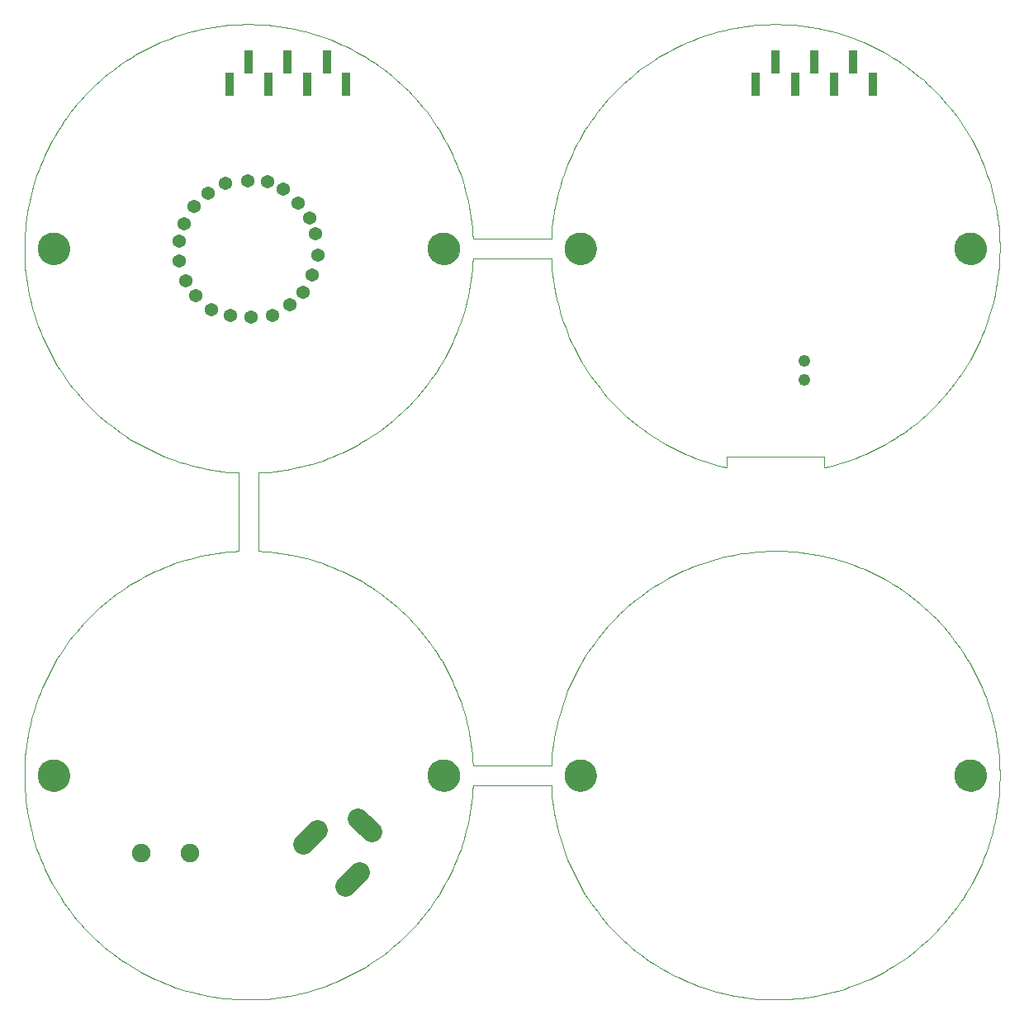
<source format=gbs>
G75*
%MOIN*%
%OFA0B0*%
%FSLAX25Y25*%
%IPPOS*%
%LPD*%
%AMOC8*
5,1,8,0,0,1.08239X$1,22.5*
%
%ADD10C,0.00000*%
%ADD11C,0.12998*%
%ADD12C,0.05400*%
%ADD13R,0.03746X0.09652*%
%ADD14C,0.08274*%
%ADD15C,0.04762*%
%ADD16C,0.07487*%
D10*
X0050350Y0092616D02*
X0050352Y0092774D01*
X0050358Y0092932D01*
X0050368Y0093090D01*
X0050382Y0093248D01*
X0050400Y0093405D01*
X0050421Y0093562D01*
X0050447Y0093718D01*
X0050477Y0093874D01*
X0050510Y0094029D01*
X0050548Y0094182D01*
X0050589Y0094335D01*
X0050634Y0094487D01*
X0050683Y0094638D01*
X0050736Y0094787D01*
X0050792Y0094935D01*
X0050852Y0095081D01*
X0050916Y0095226D01*
X0050984Y0095369D01*
X0051055Y0095511D01*
X0051129Y0095651D01*
X0051207Y0095788D01*
X0051289Y0095924D01*
X0051373Y0096058D01*
X0051462Y0096189D01*
X0051553Y0096318D01*
X0051648Y0096445D01*
X0051745Y0096570D01*
X0051846Y0096692D01*
X0051950Y0096811D01*
X0052057Y0096928D01*
X0052167Y0097042D01*
X0052280Y0097153D01*
X0052395Y0097262D01*
X0052513Y0097367D01*
X0052634Y0097469D01*
X0052757Y0097569D01*
X0052883Y0097665D01*
X0053011Y0097758D01*
X0053141Y0097848D01*
X0053274Y0097934D01*
X0053409Y0098018D01*
X0053545Y0098097D01*
X0053684Y0098174D01*
X0053825Y0098246D01*
X0053967Y0098316D01*
X0054111Y0098381D01*
X0054257Y0098443D01*
X0054404Y0098501D01*
X0054553Y0098556D01*
X0054703Y0098607D01*
X0054854Y0098654D01*
X0055006Y0098697D01*
X0055159Y0098736D01*
X0055314Y0098772D01*
X0055469Y0098803D01*
X0055625Y0098831D01*
X0055781Y0098855D01*
X0055938Y0098875D01*
X0056096Y0098891D01*
X0056253Y0098903D01*
X0056412Y0098911D01*
X0056570Y0098915D01*
X0056728Y0098915D01*
X0056886Y0098911D01*
X0057045Y0098903D01*
X0057202Y0098891D01*
X0057360Y0098875D01*
X0057517Y0098855D01*
X0057673Y0098831D01*
X0057829Y0098803D01*
X0057984Y0098772D01*
X0058139Y0098736D01*
X0058292Y0098697D01*
X0058444Y0098654D01*
X0058595Y0098607D01*
X0058745Y0098556D01*
X0058894Y0098501D01*
X0059041Y0098443D01*
X0059187Y0098381D01*
X0059331Y0098316D01*
X0059473Y0098246D01*
X0059614Y0098174D01*
X0059753Y0098097D01*
X0059889Y0098018D01*
X0060024Y0097934D01*
X0060157Y0097848D01*
X0060287Y0097758D01*
X0060415Y0097665D01*
X0060541Y0097569D01*
X0060664Y0097469D01*
X0060785Y0097367D01*
X0060903Y0097262D01*
X0061018Y0097153D01*
X0061131Y0097042D01*
X0061241Y0096928D01*
X0061348Y0096811D01*
X0061452Y0096692D01*
X0061553Y0096570D01*
X0061650Y0096445D01*
X0061745Y0096318D01*
X0061836Y0096189D01*
X0061925Y0096058D01*
X0062009Y0095924D01*
X0062091Y0095788D01*
X0062169Y0095651D01*
X0062243Y0095511D01*
X0062314Y0095369D01*
X0062382Y0095226D01*
X0062446Y0095081D01*
X0062506Y0094935D01*
X0062562Y0094787D01*
X0062615Y0094638D01*
X0062664Y0094487D01*
X0062709Y0094335D01*
X0062750Y0094182D01*
X0062788Y0094029D01*
X0062821Y0093874D01*
X0062851Y0093718D01*
X0062877Y0093562D01*
X0062898Y0093405D01*
X0062916Y0093248D01*
X0062930Y0093090D01*
X0062940Y0092932D01*
X0062946Y0092774D01*
X0062948Y0092616D01*
X0062946Y0092458D01*
X0062940Y0092300D01*
X0062930Y0092142D01*
X0062916Y0091984D01*
X0062898Y0091827D01*
X0062877Y0091670D01*
X0062851Y0091514D01*
X0062821Y0091358D01*
X0062788Y0091203D01*
X0062750Y0091050D01*
X0062709Y0090897D01*
X0062664Y0090745D01*
X0062615Y0090594D01*
X0062562Y0090445D01*
X0062506Y0090297D01*
X0062446Y0090151D01*
X0062382Y0090006D01*
X0062314Y0089863D01*
X0062243Y0089721D01*
X0062169Y0089581D01*
X0062091Y0089444D01*
X0062009Y0089308D01*
X0061925Y0089174D01*
X0061836Y0089043D01*
X0061745Y0088914D01*
X0061650Y0088787D01*
X0061553Y0088662D01*
X0061452Y0088540D01*
X0061348Y0088421D01*
X0061241Y0088304D01*
X0061131Y0088190D01*
X0061018Y0088079D01*
X0060903Y0087970D01*
X0060785Y0087865D01*
X0060664Y0087763D01*
X0060541Y0087663D01*
X0060415Y0087567D01*
X0060287Y0087474D01*
X0060157Y0087384D01*
X0060024Y0087298D01*
X0059889Y0087214D01*
X0059753Y0087135D01*
X0059614Y0087058D01*
X0059473Y0086986D01*
X0059331Y0086916D01*
X0059187Y0086851D01*
X0059041Y0086789D01*
X0058894Y0086731D01*
X0058745Y0086676D01*
X0058595Y0086625D01*
X0058444Y0086578D01*
X0058292Y0086535D01*
X0058139Y0086496D01*
X0057984Y0086460D01*
X0057829Y0086429D01*
X0057673Y0086401D01*
X0057517Y0086377D01*
X0057360Y0086357D01*
X0057202Y0086341D01*
X0057045Y0086329D01*
X0056886Y0086321D01*
X0056728Y0086317D01*
X0056570Y0086317D01*
X0056412Y0086321D01*
X0056253Y0086329D01*
X0056096Y0086341D01*
X0055938Y0086357D01*
X0055781Y0086377D01*
X0055625Y0086401D01*
X0055469Y0086429D01*
X0055314Y0086460D01*
X0055159Y0086496D01*
X0055006Y0086535D01*
X0054854Y0086578D01*
X0054703Y0086625D01*
X0054553Y0086676D01*
X0054404Y0086731D01*
X0054257Y0086789D01*
X0054111Y0086851D01*
X0053967Y0086916D01*
X0053825Y0086986D01*
X0053684Y0087058D01*
X0053545Y0087135D01*
X0053409Y0087214D01*
X0053274Y0087298D01*
X0053141Y0087384D01*
X0053011Y0087474D01*
X0052883Y0087567D01*
X0052757Y0087663D01*
X0052634Y0087763D01*
X0052513Y0087865D01*
X0052395Y0087970D01*
X0052280Y0088079D01*
X0052167Y0088190D01*
X0052057Y0088304D01*
X0051950Y0088421D01*
X0051846Y0088540D01*
X0051745Y0088662D01*
X0051648Y0088787D01*
X0051553Y0088914D01*
X0051462Y0089043D01*
X0051373Y0089174D01*
X0051289Y0089308D01*
X0051207Y0089444D01*
X0051129Y0089581D01*
X0051055Y0089721D01*
X0050984Y0089863D01*
X0050916Y0090006D01*
X0050852Y0090151D01*
X0050792Y0090297D01*
X0050736Y0090445D01*
X0050683Y0090594D01*
X0050634Y0090745D01*
X0050589Y0090897D01*
X0050548Y0091050D01*
X0050510Y0091203D01*
X0050477Y0091358D01*
X0050447Y0091514D01*
X0050421Y0091670D01*
X0050400Y0091827D01*
X0050382Y0091984D01*
X0050368Y0092142D01*
X0050358Y0092300D01*
X0050352Y0092458D01*
X0050350Y0092616D01*
X0139326Y0183081D02*
X0141525Y0182959D01*
X0143721Y0182783D01*
X0145911Y0182554D01*
X0148096Y0182271D01*
X0150273Y0181935D01*
X0152441Y0181547D01*
X0154599Y0181106D01*
X0156745Y0180613D01*
X0158879Y0180067D01*
X0160999Y0179470D01*
X0163104Y0178821D01*
X0165193Y0178122D01*
X0167264Y0177372D01*
X0169316Y0176571D01*
X0171348Y0175721D01*
X0173358Y0174822D01*
X0175346Y0173874D01*
X0177311Y0172878D01*
X0179251Y0171835D01*
X0181165Y0170745D01*
X0183051Y0169608D01*
X0184910Y0168426D01*
X0186739Y0167199D01*
X0188538Y0165928D01*
X0190305Y0164614D01*
X0192040Y0163257D01*
X0193742Y0161858D01*
X0195409Y0160418D01*
X0197040Y0158938D01*
X0198635Y0157419D01*
X0200192Y0155862D01*
X0201711Y0154267D01*
X0203191Y0152636D01*
X0204631Y0150969D01*
X0206030Y0149267D01*
X0207387Y0147532D01*
X0208701Y0145765D01*
X0209972Y0143966D01*
X0211199Y0142137D01*
X0212381Y0140278D01*
X0213518Y0138392D01*
X0214608Y0136478D01*
X0215651Y0134538D01*
X0216647Y0132573D01*
X0217595Y0130585D01*
X0218494Y0128575D01*
X0219344Y0126543D01*
X0220145Y0124491D01*
X0220895Y0122420D01*
X0221594Y0120331D01*
X0222243Y0118226D01*
X0222840Y0116106D01*
X0223386Y0113972D01*
X0223879Y0111826D01*
X0224320Y0109668D01*
X0224708Y0107500D01*
X0225044Y0105323D01*
X0225327Y0103138D01*
X0225556Y0100948D01*
X0225732Y0098752D01*
X0225854Y0096553D01*
X0225855Y0096554D02*
X0257522Y0096554D01*
X0257522Y0088679D02*
X0225855Y0088679D01*
X0207830Y0092616D02*
X0207832Y0092774D01*
X0207838Y0092932D01*
X0207848Y0093090D01*
X0207862Y0093248D01*
X0207880Y0093405D01*
X0207901Y0093562D01*
X0207927Y0093718D01*
X0207957Y0093874D01*
X0207990Y0094029D01*
X0208028Y0094182D01*
X0208069Y0094335D01*
X0208114Y0094487D01*
X0208163Y0094638D01*
X0208216Y0094787D01*
X0208272Y0094935D01*
X0208332Y0095081D01*
X0208396Y0095226D01*
X0208464Y0095369D01*
X0208535Y0095511D01*
X0208609Y0095651D01*
X0208687Y0095788D01*
X0208769Y0095924D01*
X0208853Y0096058D01*
X0208942Y0096189D01*
X0209033Y0096318D01*
X0209128Y0096445D01*
X0209225Y0096570D01*
X0209326Y0096692D01*
X0209430Y0096811D01*
X0209537Y0096928D01*
X0209647Y0097042D01*
X0209760Y0097153D01*
X0209875Y0097262D01*
X0209993Y0097367D01*
X0210114Y0097469D01*
X0210237Y0097569D01*
X0210363Y0097665D01*
X0210491Y0097758D01*
X0210621Y0097848D01*
X0210754Y0097934D01*
X0210889Y0098018D01*
X0211025Y0098097D01*
X0211164Y0098174D01*
X0211305Y0098246D01*
X0211447Y0098316D01*
X0211591Y0098381D01*
X0211737Y0098443D01*
X0211884Y0098501D01*
X0212033Y0098556D01*
X0212183Y0098607D01*
X0212334Y0098654D01*
X0212486Y0098697D01*
X0212639Y0098736D01*
X0212794Y0098772D01*
X0212949Y0098803D01*
X0213105Y0098831D01*
X0213261Y0098855D01*
X0213418Y0098875D01*
X0213576Y0098891D01*
X0213733Y0098903D01*
X0213892Y0098911D01*
X0214050Y0098915D01*
X0214208Y0098915D01*
X0214366Y0098911D01*
X0214525Y0098903D01*
X0214682Y0098891D01*
X0214840Y0098875D01*
X0214997Y0098855D01*
X0215153Y0098831D01*
X0215309Y0098803D01*
X0215464Y0098772D01*
X0215619Y0098736D01*
X0215772Y0098697D01*
X0215924Y0098654D01*
X0216075Y0098607D01*
X0216225Y0098556D01*
X0216374Y0098501D01*
X0216521Y0098443D01*
X0216667Y0098381D01*
X0216811Y0098316D01*
X0216953Y0098246D01*
X0217094Y0098174D01*
X0217233Y0098097D01*
X0217369Y0098018D01*
X0217504Y0097934D01*
X0217637Y0097848D01*
X0217767Y0097758D01*
X0217895Y0097665D01*
X0218021Y0097569D01*
X0218144Y0097469D01*
X0218265Y0097367D01*
X0218383Y0097262D01*
X0218498Y0097153D01*
X0218611Y0097042D01*
X0218721Y0096928D01*
X0218828Y0096811D01*
X0218932Y0096692D01*
X0219033Y0096570D01*
X0219130Y0096445D01*
X0219225Y0096318D01*
X0219316Y0096189D01*
X0219405Y0096058D01*
X0219489Y0095924D01*
X0219571Y0095788D01*
X0219649Y0095651D01*
X0219723Y0095511D01*
X0219794Y0095369D01*
X0219862Y0095226D01*
X0219926Y0095081D01*
X0219986Y0094935D01*
X0220042Y0094787D01*
X0220095Y0094638D01*
X0220144Y0094487D01*
X0220189Y0094335D01*
X0220230Y0094182D01*
X0220268Y0094029D01*
X0220301Y0093874D01*
X0220331Y0093718D01*
X0220357Y0093562D01*
X0220378Y0093405D01*
X0220396Y0093248D01*
X0220410Y0093090D01*
X0220420Y0092932D01*
X0220426Y0092774D01*
X0220428Y0092616D01*
X0220426Y0092458D01*
X0220420Y0092300D01*
X0220410Y0092142D01*
X0220396Y0091984D01*
X0220378Y0091827D01*
X0220357Y0091670D01*
X0220331Y0091514D01*
X0220301Y0091358D01*
X0220268Y0091203D01*
X0220230Y0091050D01*
X0220189Y0090897D01*
X0220144Y0090745D01*
X0220095Y0090594D01*
X0220042Y0090445D01*
X0219986Y0090297D01*
X0219926Y0090151D01*
X0219862Y0090006D01*
X0219794Y0089863D01*
X0219723Y0089721D01*
X0219649Y0089581D01*
X0219571Y0089444D01*
X0219489Y0089308D01*
X0219405Y0089174D01*
X0219316Y0089043D01*
X0219225Y0088914D01*
X0219130Y0088787D01*
X0219033Y0088662D01*
X0218932Y0088540D01*
X0218828Y0088421D01*
X0218721Y0088304D01*
X0218611Y0088190D01*
X0218498Y0088079D01*
X0218383Y0087970D01*
X0218265Y0087865D01*
X0218144Y0087763D01*
X0218021Y0087663D01*
X0217895Y0087567D01*
X0217767Y0087474D01*
X0217637Y0087384D01*
X0217504Y0087298D01*
X0217369Y0087214D01*
X0217233Y0087135D01*
X0217094Y0087058D01*
X0216953Y0086986D01*
X0216811Y0086916D01*
X0216667Y0086851D01*
X0216521Y0086789D01*
X0216374Y0086731D01*
X0216225Y0086676D01*
X0216075Y0086625D01*
X0215924Y0086578D01*
X0215772Y0086535D01*
X0215619Y0086496D01*
X0215464Y0086460D01*
X0215309Y0086429D01*
X0215153Y0086401D01*
X0214997Y0086377D01*
X0214840Y0086357D01*
X0214682Y0086341D01*
X0214525Y0086329D01*
X0214366Y0086321D01*
X0214208Y0086317D01*
X0214050Y0086317D01*
X0213892Y0086321D01*
X0213733Y0086329D01*
X0213576Y0086341D01*
X0213418Y0086357D01*
X0213261Y0086377D01*
X0213105Y0086401D01*
X0212949Y0086429D01*
X0212794Y0086460D01*
X0212639Y0086496D01*
X0212486Y0086535D01*
X0212334Y0086578D01*
X0212183Y0086625D01*
X0212033Y0086676D01*
X0211884Y0086731D01*
X0211737Y0086789D01*
X0211591Y0086851D01*
X0211447Y0086916D01*
X0211305Y0086986D01*
X0211164Y0087058D01*
X0211025Y0087135D01*
X0210889Y0087214D01*
X0210754Y0087298D01*
X0210621Y0087384D01*
X0210491Y0087474D01*
X0210363Y0087567D01*
X0210237Y0087663D01*
X0210114Y0087763D01*
X0209993Y0087865D01*
X0209875Y0087970D01*
X0209760Y0088079D01*
X0209647Y0088190D01*
X0209537Y0088304D01*
X0209430Y0088421D01*
X0209326Y0088540D01*
X0209225Y0088662D01*
X0209128Y0088787D01*
X0209033Y0088914D01*
X0208942Y0089043D01*
X0208853Y0089174D01*
X0208769Y0089308D01*
X0208687Y0089444D01*
X0208609Y0089581D01*
X0208535Y0089721D01*
X0208464Y0089863D01*
X0208396Y0090006D01*
X0208332Y0090151D01*
X0208272Y0090297D01*
X0208216Y0090445D01*
X0208163Y0090594D01*
X0208114Y0090745D01*
X0208069Y0090897D01*
X0208028Y0091050D01*
X0207990Y0091203D01*
X0207957Y0091358D01*
X0207927Y0091514D01*
X0207901Y0091670D01*
X0207880Y0091827D01*
X0207862Y0091984D01*
X0207848Y0092142D01*
X0207838Y0092300D01*
X0207832Y0092458D01*
X0207830Y0092616D01*
X0262948Y0092616D02*
X0262950Y0092774D01*
X0262956Y0092932D01*
X0262966Y0093090D01*
X0262980Y0093248D01*
X0262998Y0093405D01*
X0263019Y0093562D01*
X0263045Y0093718D01*
X0263075Y0093874D01*
X0263108Y0094029D01*
X0263146Y0094182D01*
X0263187Y0094335D01*
X0263232Y0094487D01*
X0263281Y0094638D01*
X0263334Y0094787D01*
X0263390Y0094935D01*
X0263450Y0095081D01*
X0263514Y0095226D01*
X0263582Y0095369D01*
X0263653Y0095511D01*
X0263727Y0095651D01*
X0263805Y0095788D01*
X0263887Y0095924D01*
X0263971Y0096058D01*
X0264060Y0096189D01*
X0264151Y0096318D01*
X0264246Y0096445D01*
X0264343Y0096570D01*
X0264444Y0096692D01*
X0264548Y0096811D01*
X0264655Y0096928D01*
X0264765Y0097042D01*
X0264878Y0097153D01*
X0264993Y0097262D01*
X0265111Y0097367D01*
X0265232Y0097469D01*
X0265355Y0097569D01*
X0265481Y0097665D01*
X0265609Y0097758D01*
X0265739Y0097848D01*
X0265872Y0097934D01*
X0266007Y0098018D01*
X0266143Y0098097D01*
X0266282Y0098174D01*
X0266423Y0098246D01*
X0266565Y0098316D01*
X0266709Y0098381D01*
X0266855Y0098443D01*
X0267002Y0098501D01*
X0267151Y0098556D01*
X0267301Y0098607D01*
X0267452Y0098654D01*
X0267604Y0098697D01*
X0267757Y0098736D01*
X0267912Y0098772D01*
X0268067Y0098803D01*
X0268223Y0098831D01*
X0268379Y0098855D01*
X0268536Y0098875D01*
X0268694Y0098891D01*
X0268851Y0098903D01*
X0269010Y0098911D01*
X0269168Y0098915D01*
X0269326Y0098915D01*
X0269484Y0098911D01*
X0269643Y0098903D01*
X0269800Y0098891D01*
X0269958Y0098875D01*
X0270115Y0098855D01*
X0270271Y0098831D01*
X0270427Y0098803D01*
X0270582Y0098772D01*
X0270737Y0098736D01*
X0270890Y0098697D01*
X0271042Y0098654D01*
X0271193Y0098607D01*
X0271343Y0098556D01*
X0271492Y0098501D01*
X0271639Y0098443D01*
X0271785Y0098381D01*
X0271929Y0098316D01*
X0272071Y0098246D01*
X0272212Y0098174D01*
X0272351Y0098097D01*
X0272487Y0098018D01*
X0272622Y0097934D01*
X0272755Y0097848D01*
X0272885Y0097758D01*
X0273013Y0097665D01*
X0273139Y0097569D01*
X0273262Y0097469D01*
X0273383Y0097367D01*
X0273501Y0097262D01*
X0273616Y0097153D01*
X0273729Y0097042D01*
X0273839Y0096928D01*
X0273946Y0096811D01*
X0274050Y0096692D01*
X0274151Y0096570D01*
X0274248Y0096445D01*
X0274343Y0096318D01*
X0274434Y0096189D01*
X0274523Y0096058D01*
X0274607Y0095924D01*
X0274689Y0095788D01*
X0274767Y0095651D01*
X0274841Y0095511D01*
X0274912Y0095369D01*
X0274980Y0095226D01*
X0275044Y0095081D01*
X0275104Y0094935D01*
X0275160Y0094787D01*
X0275213Y0094638D01*
X0275262Y0094487D01*
X0275307Y0094335D01*
X0275348Y0094182D01*
X0275386Y0094029D01*
X0275419Y0093874D01*
X0275449Y0093718D01*
X0275475Y0093562D01*
X0275496Y0093405D01*
X0275514Y0093248D01*
X0275528Y0093090D01*
X0275538Y0092932D01*
X0275544Y0092774D01*
X0275546Y0092616D01*
X0275544Y0092458D01*
X0275538Y0092300D01*
X0275528Y0092142D01*
X0275514Y0091984D01*
X0275496Y0091827D01*
X0275475Y0091670D01*
X0275449Y0091514D01*
X0275419Y0091358D01*
X0275386Y0091203D01*
X0275348Y0091050D01*
X0275307Y0090897D01*
X0275262Y0090745D01*
X0275213Y0090594D01*
X0275160Y0090445D01*
X0275104Y0090297D01*
X0275044Y0090151D01*
X0274980Y0090006D01*
X0274912Y0089863D01*
X0274841Y0089721D01*
X0274767Y0089581D01*
X0274689Y0089444D01*
X0274607Y0089308D01*
X0274523Y0089174D01*
X0274434Y0089043D01*
X0274343Y0088914D01*
X0274248Y0088787D01*
X0274151Y0088662D01*
X0274050Y0088540D01*
X0273946Y0088421D01*
X0273839Y0088304D01*
X0273729Y0088190D01*
X0273616Y0088079D01*
X0273501Y0087970D01*
X0273383Y0087865D01*
X0273262Y0087763D01*
X0273139Y0087663D01*
X0273013Y0087567D01*
X0272885Y0087474D01*
X0272755Y0087384D01*
X0272622Y0087298D01*
X0272487Y0087214D01*
X0272351Y0087135D01*
X0272212Y0087058D01*
X0272071Y0086986D01*
X0271929Y0086916D01*
X0271785Y0086851D01*
X0271639Y0086789D01*
X0271492Y0086731D01*
X0271343Y0086676D01*
X0271193Y0086625D01*
X0271042Y0086578D01*
X0270890Y0086535D01*
X0270737Y0086496D01*
X0270582Y0086460D01*
X0270427Y0086429D01*
X0270271Y0086401D01*
X0270115Y0086377D01*
X0269958Y0086357D01*
X0269800Y0086341D01*
X0269643Y0086329D01*
X0269484Y0086321D01*
X0269326Y0086317D01*
X0269168Y0086317D01*
X0269010Y0086321D01*
X0268851Y0086329D01*
X0268694Y0086341D01*
X0268536Y0086357D01*
X0268379Y0086377D01*
X0268223Y0086401D01*
X0268067Y0086429D01*
X0267912Y0086460D01*
X0267757Y0086496D01*
X0267604Y0086535D01*
X0267452Y0086578D01*
X0267301Y0086625D01*
X0267151Y0086676D01*
X0267002Y0086731D01*
X0266855Y0086789D01*
X0266709Y0086851D01*
X0266565Y0086916D01*
X0266423Y0086986D01*
X0266282Y0087058D01*
X0266143Y0087135D01*
X0266007Y0087214D01*
X0265872Y0087298D01*
X0265739Y0087384D01*
X0265609Y0087474D01*
X0265481Y0087567D01*
X0265355Y0087663D01*
X0265232Y0087763D01*
X0265111Y0087865D01*
X0264993Y0087970D01*
X0264878Y0088079D01*
X0264765Y0088190D01*
X0264655Y0088304D01*
X0264548Y0088421D01*
X0264444Y0088540D01*
X0264343Y0088662D01*
X0264246Y0088787D01*
X0264151Y0088914D01*
X0264060Y0089043D01*
X0263971Y0089174D01*
X0263887Y0089308D01*
X0263805Y0089444D01*
X0263727Y0089581D01*
X0263653Y0089721D01*
X0263582Y0089863D01*
X0263514Y0090006D01*
X0263450Y0090151D01*
X0263390Y0090297D01*
X0263334Y0090445D01*
X0263281Y0090594D01*
X0263232Y0090745D01*
X0263187Y0090897D01*
X0263146Y0091050D01*
X0263108Y0091203D01*
X0263075Y0091358D01*
X0263045Y0091514D01*
X0263019Y0091670D01*
X0262998Y0091827D01*
X0262980Y0091984D01*
X0262966Y0092142D01*
X0262956Y0092300D01*
X0262950Y0092458D01*
X0262948Y0092616D01*
X0257523Y0088679D02*
X0257646Y0086465D01*
X0257824Y0084254D01*
X0258056Y0082049D01*
X0258341Y0079850D01*
X0258681Y0077658D01*
X0259074Y0075476D01*
X0259520Y0073304D01*
X0260020Y0071143D01*
X0260572Y0068995D01*
X0261177Y0066862D01*
X0261833Y0064743D01*
X0262542Y0062642D01*
X0263302Y0060558D01*
X0264112Y0058494D01*
X0264973Y0056450D01*
X0265883Y0054428D01*
X0266843Y0052429D01*
X0267851Y0050454D01*
X0268908Y0048504D01*
X0270012Y0046581D01*
X0271163Y0044685D01*
X0272359Y0042818D01*
X0273602Y0040981D01*
X0274888Y0039175D01*
X0276219Y0037401D01*
X0277593Y0035660D01*
X0279008Y0033953D01*
X0280466Y0032282D01*
X0281963Y0030646D01*
X0283501Y0029048D01*
X0285077Y0027488D01*
X0286691Y0025967D01*
X0288341Y0024486D01*
X0290027Y0023046D01*
X0291748Y0021647D01*
X0293503Y0020291D01*
X0295291Y0018979D01*
X0297110Y0017710D01*
X0298959Y0016487D01*
X0300838Y0015309D01*
X0302746Y0014177D01*
X0304680Y0013093D01*
X0306640Y0012056D01*
X0308626Y0011068D01*
X0310634Y0010128D01*
X0312666Y0009238D01*
X0314718Y0008399D01*
X0316790Y0007609D01*
X0318881Y0006871D01*
X0320990Y0006183D01*
X0323115Y0005548D01*
X0325254Y0004965D01*
X0327407Y0004435D01*
X0329573Y0003957D01*
X0331750Y0003533D01*
X0333936Y0003162D01*
X0336131Y0002845D01*
X0338333Y0002581D01*
X0340540Y0002372D01*
X0342753Y0002216D01*
X0344968Y0002115D01*
X0347185Y0002069D01*
X0349403Y0002076D01*
X0351619Y0002138D01*
X0353834Y0002254D01*
X0356045Y0002424D01*
X0358251Y0002649D01*
X0360451Y0002927D01*
X0362644Y0003259D01*
X0364828Y0003645D01*
X0367002Y0004084D01*
X0369164Y0004576D01*
X0371313Y0005121D01*
X0373449Y0005718D01*
X0375569Y0006368D01*
X0377673Y0007069D01*
X0379759Y0007822D01*
X0381826Y0008625D01*
X0383873Y0009479D01*
X0385898Y0010383D01*
X0387900Y0011336D01*
X0389879Y0012338D01*
X0391832Y0013387D01*
X0393759Y0014485D01*
X0395659Y0015629D01*
X0397530Y0016820D01*
X0399371Y0018056D01*
X0401182Y0019336D01*
X0402960Y0020661D01*
X0404706Y0022029D01*
X0406417Y0023439D01*
X0408094Y0024890D01*
X0409734Y0026382D01*
X0411338Y0027914D01*
X0412903Y0029485D01*
X0414430Y0031094D01*
X0415916Y0032739D01*
X0417362Y0034421D01*
X0418767Y0036137D01*
X0420128Y0037887D01*
X0421447Y0039670D01*
X0422722Y0041485D01*
X0423951Y0043330D01*
X0425135Y0045205D01*
X0426273Y0047109D01*
X0427364Y0049040D01*
X0428408Y0050997D01*
X0429403Y0052978D01*
X0430349Y0054984D01*
X0431246Y0057012D01*
X0432093Y0059062D01*
X0432889Y0061131D01*
X0433635Y0063220D01*
X0434329Y0065326D01*
X0434971Y0067449D01*
X0435561Y0069586D01*
X0436099Y0071738D01*
X0436584Y0073902D01*
X0437016Y0076077D01*
X0437394Y0078262D01*
X0437719Y0080456D01*
X0437990Y0082657D01*
X0438207Y0084864D01*
X0438369Y0087075D01*
X0438478Y0089290D01*
X0438532Y0091507D01*
X0438532Y0093725D01*
X0438478Y0095942D01*
X0438369Y0098157D01*
X0438207Y0100368D01*
X0437990Y0102575D01*
X0437719Y0104776D01*
X0437394Y0106970D01*
X0437016Y0109155D01*
X0436584Y0111330D01*
X0436099Y0113494D01*
X0435561Y0115646D01*
X0434971Y0117783D01*
X0434329Y0119906D01*
X0433635Y0122012D01*
X0432889Y0124101D01*
X0432093Y0126170D01*
X0431246Y0128220D01*
X0430349Y0130248D01*
X0429403Y0132254D01*
X0428408Y0134235D01*
X0427364Y0136192D01*
X0426273Y0138123D01*
X0425135Y0140027D01*
X0423951Y0141902D01*
X0422722Y0143747D01*
X0421447Y0145562D01*
X0420128Y0147345D01*
X0418767Y0149095D01*
X0417362Y0150811D01*
X0415916Y0152493D01*
X0414430Y0154138D01*
X0412903Y0155747D01*
X0411338Y0157318D01*
X0409734Y0158850D01*
X0408094Y0160342D01*
X0406417Y0161793D01*
X0404706Y0163203D01*
X0402960Y0164571D01*
X0401182Y0165896D01*
X0399371Y0167176D01*
X0397530Y0168412D01*
X0395659Y0169603D01*
X0393759Y0170747D01*
X0391832Y0171845D01*
X0389879Y0172894D01*
X0387900Y0173896D01*
X0385898Y0174849D01*
X0383873Y0175753D01*
X0381826Y0176607D01*
X0379759Y0177410D01*
X0377673Y0178163D01*
X0375569Y0178864D01*
X0373449Y0179514D01*
X0371313Y0180111D01*
X0369164Y0180656D01*
X0367002Y0181148D01*
X0364828Y0181587D01*
X0362644Y0181973D01*
X0360451Y0182305D01*
X0358251Y0182583D01*
X0356045Y0182808D01*
X0353834Y0182978D01*
X0351619Y0183094D01*
X0349403Y0183156D01*
X0347185Y0183163D01*
X0344968Y0183117D01*
X0342753Y0183016D01*
X0340540Y0182860D01*
X0338333Y0182651D01*
X0336131Y0182387D01*
X0333936Y0182070D01*
X0331750Y0181699D01*
X0329573Y0181275D01*
X0327407Y0180797D01*
X0325254Y0180267D01*
X0323115Y0179684D01*
X0320990Y0179049D01*
X0318881Y0178361D01*
X0316790Y0177623D01*
X0314718Y0176833D01*
X0312666Y0175994D01*
X0310634Y0175104D01*
X0308626Y0174164D01*
X0306640Y0173176D01*
X0304680Y0172139D01*
X0302746Y0171055D01*
X0300838Y0169923D01*
X0298959Y0168745D01*
X0297110Y0167522D01*
X0295291Y0166253D01*
X0293503Y0164941D01*
X0291748Y0163585D01*
X0290027Y0162186D01*
X0288341Y0160746D01*
X0286691Y0159265D01*
X0285077Y0157744D01*
X0283501Y0156184D01*
X0281963Y0154586D01*
X0280466Y0152950D01*
X0279008Y0151279D01*
X0277593Y0149572D01*
X0276219Y0147831D01*
X0274888Y0146057D01*
X0273602Y0144251D01*
X0272359Y0142414D01*
X0271163Y0140547D01*
X0270012Y0138651D01*
X0268908Y0136728D01*
X0267851Y0134778D01*
X0266843Y0132803D01*
X0265883Y0130804D01*
X0264973Y0128782D01*
X0264112Y0126738D01*
X0263302Y0124674D01*
X0262542Y0122590D01*
X0261833Y0120489D01*
X0261177Y0118370D01*
X0260572Y0116237D01*
X0260020Y0114089D01*
X0259520Y0111928D01*
X0259074Y0109756D01*
X0258681Y0107574D01*
X0258341Y0105382D01*
X0258056Y0103183D01*
X0257824Y0100978D01*
X0257646Y0098767D01*
X0257523Y0096553D01*
X0139326Y0183082D02*
X0139326Y0214750D01*
X0131452Y0214750D02*
X0131452Y0183082D01*
X0131452Y0183081D02*
X0129239Y0182958D01*
X0127031Y0182780D01*
X0124827Y0182549D01*
X0122629Y0182263D01*
X0120439Y0181924D01*
X0118258Y0181532D01*
X0116088Y0181086D01*
X0113928Y0180587D01*
X0111782Y0180036D01*
X0109650Y0179432D01*
X0107533Y0178776D01*
X0105433Y0178069D01*
X0103351Y0177310D01*
X0101288Y0176501D01*
X0099246Y0175641D01*
X0097225Y0174732D01*
X0095227Y0173773D01*
X0093253Y0172766D01*
X0091304Y0171711D01*
X0089382Y0170609D01*
X0087487Y0169459D01*
X0085621Y0168264D01*
X0083785Y0167024D01*
X0081980Y0165739D01*
X0080206Y0164410D01*
X0078466Y0163038D01*
X0076760Y0161624D01*
X0075089Y0160168D01*
X0073454Y0158673D01*
X0071856Y0157137D01*
X0070296Y0155563D01*
X0068775Y0153952D01*
X0067294Y0152303D01*
X0065854Y0150619D01*
X0064455Y0148900D01*
X0063099Y0147147D01*
X0061786Y0145362D01*
X0060518Y0143545D01*
X0059294Y0141698D01*
X0058116Y0139821D01*
X0056984Y0137916D01*
X0055899Y0135984D01*
X0054861Y0134026D01*
X0053872Y0132043D01*
X0052932Y0130036D01*
X0052041Y0128007D01*
X0051199Y0125957D01*
X0050409Y0123887D01*
X0049669Y0121798D01*
X0048981Y0119691D01*
X0048344Y0117569D01*
X0047759Y0115431D01*
X0047227Y0113280D01*
X0046748Y0111117D01*
X0046322Y0108942D01*
X0045949Y0106758D01*
X0045630Y0104565D01*
X0045364Y0102365D01*
X0045153Y0100159D01*
X0044995Y0097948D01*
X0044892Y0095735D01*
X0044843Y0093519D01*
X0044848Y0091303D01*
X0044907Y0089088D01*
X0045020Y0086875D01*
X0045188Y0084665D01*
X0045409Y0082460D01*
X0045685Y0080262D01*
X0046014Y0078070D01*
X0046397Y0075887D01*
X0046833Y0073715D01*
X0047322Y0071553D01*
X0047863Y0069405D01*
X0048458Y0067270D01*
X0049104Y0065150D01*
X0049802Y0063047D01*
X0050551Y0060961D01*
X0051351Y0058895D01*
X0052201Y0056849D01*
X0053102Y0054824D01*
X0054051Y0052821D01*
X0055049Y0050843D01*
X0056095Y0048889D01*
X0057189Y0046962D01*
X0058330Y0045062D01*
X0059517Y0043191D01*
X0060749Y0041349D01*
X0062026Y0039538D01*
X0063346Y0037758D01*
X0064710Y0036012D01*
X0066117Y0034299D01*
X0067565Y0032622D01*
X0069053Y0030980D01*
X0070581Y0029375D01*
X0072148Y0027808D01*
X0073753Y0026280D01*
X0075395Y0024792D01*
X0077072Y0023344D01*
X0078785Y0021937D01*
X0080531Y0020573D01*
X0082311Y0019253D01*
X0084122Y0017976D01*
X0085964Y0016744D01*
X0087835Y0015557D01*
X0089735Y0014416D01*
X0091662Y0013322D01*
X0093616Y0012276D01*
X0095594Y0011278D01*
X0097597Y0010329D01*
X0099622Y0009428D01*
X0101668Y0008578D01*
X0103734Y0007778D01*
X0105820Y0007029D01*
X0107923Y0006331D01*
X0110043Y0005685D01*
X0112178Y0005090D01*
X0114326Y0004549D01*
X0116488Y0004060D01*
X0118660Y0003624D01*
X0120843Y0003241D01*
X0123035Y0002912D01*
X0125233Y0002636D01*
X0127438Y0002415D01*
X0129648Y0002247D01*
X0131861Y0002134D01*
X0134076Y0002075D01*
X0136292Y0002070D01*
X0138508Y0002119D01*
X0140721Y0002222D01*
X0142932Y0002380D01*
X0145138Y0002591D01*
X0147338Y0002857D01*
X0149531Y0003176D01*
X0151715Y0003549D01*
X0153890Y0003975D01*
X0156053Y0004454D01*
X0158204Y0004986D01*
X0160342Y0005571D01*
X0162464Y0006208D01*
X0164571Y0006896D01*
X0166660Y0007636D01*
X0168730Y0008426D01*
X0170780Y0009268D01*
X0172809Y0010159D01*
X0174816Y0011099D01*
X0176799Y0012088D01*
X0178757Y0013126D01*
X0180689Y0014211D01*
X0182594Y0015343D01*
X0184471Y0016521D01*
X0186318Y0017745D01*
X0188135Y0019013D01*
X0189920Y0020326D01*
X0191673Y0021682D01*
X0193392Y0023081D01*
X0195076Y0024521D01*
X0196725Y0026002D01*
X0198336Y0027523D01*
X0199910Y0029083D01*
X0201446Y0030681D01*
X0202941Y0032316D01*
X0204397Y0033987D01*
X0205811Y0035693D01*
X0207183Y0037433D01*
X0208512Y0039207D01*
X0209797Y0041012D01*
X0211037Y0042848D01*
X0212232Y0044714D01*
X0213382Y0046609D01*
X0214484Y0048531D01*
X0215539Y0050480D01*
X0216546Y0052454D01*
X0217505Y0054452D01*
X0218414Y0056473D01*
X0219274Y0058515D01*
X0220083Y0060578D01*
X0220842Y0062660D01*
X0221549Y0064760D01*
X0222205Y0066877D01*
X0222809Y0069009D01*
X0223360Y0071155D01*
X0223859Y0073315D01*
X0224305Y0075485D01*
X0224697Y0077666D01*
X0225036Y0079856D01*
X0225322Y0082054D01*
X0225553Y0084258D01*
X0225731Y0086466D01*
X0225854Y0088679D01*
X0328302Y0216829D02*
X0328302Y0221357D01*
X0367673Y0221357D01*
X0367673Y0216829D01*
X0328302Y0216830D02*
X0326167Y0217332D01*
X0324044Y0217887D01*
X0321936Y0218492D01*
X0319843Y0219149D01*
X0317767Y0219856D01*
X0315708Y0220613D01*
X0313668Y0221419D01*
X0311648Y0222275D01*
X0309650Y0223180D01*
X0307674Y0224133D01*
X0305722Y0225133D01*
X0303794Y0226180D01*
X0301893Y0227274D01*
X0300018Y0228413D01*
X0298172Y0229598D01*
X0296355Y0230827D01*
X0294568Y0232099D01*
X0292813Y0233415D01*
X0291090Y0234772D01*
X0289400Y0236171D01*
X0287745Y0237610D01*
X0286125Y0239089D01*
X0284542Y0240607D01*
X0282995Y0242163D01*
X0281487Y0243756D01*
X0280018Y0245385D01*
X0278588Y0247049D01*
X0277200Y0248747D01*
X0275853Y0250478D01*
X0274548Y0252241D01*
X0273286Y0254036D01*
X0272069Y0255860D01*
X0270895Y0257714D01*
X0269767Y0259595D01*
X0268685Y0261503D01*
X0267650Y0263437D01*
X0266661Y0265395D01*
X0265721Y0267377D01*
X0264828Y0269381D01*
X0263985Y0271405D01*
X0263190Y0273450D01*
X0262446Y0275514D01*
X0261751Y0277594D01*
X0261108Y0279691D01*
X0260515Y0281803D01*
X0259973Y0283929D01*
X0259484Y0286067D01*
X0259046Y0288217D01*
X0258660Y0290376D01*
X0258327Y0292544D01*
X0258046Y0294720D01*
X0257818Y0296901D01*
X0257644Y0299088D01*
X0257522Y0301278D01*
X0225855Y0301278D01*
X0225855Y0309152D02*
X0257522Y0309152D01*
X0262948Y0305215D02*
X0262950Y0305373D01*
X0262956Y0305531D01*
X0262966Y0305689D01*
X0262980Y0305847D01*
X0262998Y0306004D01*
X0263019Y0306161D01*
X0263045Y0306317D01*
X0263075Y0306473D01*
X0263108Y0306628D01*
X0263146Y0306781D01*
X0263187Y0306934D01*
X0263232Y0307086D01*
X0263281Y0307237D01*
X0263334Y0307386D01*
X0263390Y0307534D01*
X0263450Y0307680D01*
X0263514Y0307825D01*
X0263582Y0307968D01*
X0263653Y0308110D01*
X0263727Y0308250D01*
X0263805Y0308387D01*
X0263887Y0308523D01*
X0263971Y0308657D01*
X0264060Y0308788D01*
X0264151Y0308917D01*
X0264246Y0309044D01*
X0264343Y0309169D01*
X0264444Y0309291D01*
X0264548Y0309410D01*
X0264655Y0309527D01*
X0264765Y0309641D01*
X0264878Y0309752D01*
X0264993Y0309861D01*
X0265111Y0309966D01*
X0265232Y0310068D01*
X0265355Y0310168D01*
X0265481Y0310264D01*
X0265609Y0310357D01*
X0265739Y0310447D01*
X0265872Y0310533D01*
X0266007Y0310617D01*
X0266143Y0310696D01*
X0266282Y0310773D01*
X0266423Y0310845D01*
X0266565Y0310915D01*
X0266709Y0310980D01*
X0266855Y0311042D01*
X0267002Y0311100D01*
X0267151Y0311155D01*
X0267301Y0311206D01*
X0267452Y0311253D01*
X0267604Y0311296D01*
X0267757Y0311335D01*
X0267912Y0311371D01*
X0268067Y0311402D01*
X0268223Y0311430D01*
X0268379Y0311454D01*
X0268536Y0311474D01*
X0268694Y0311490D01*
X0268851Y0311502D01*
X0269010Y0311510D01*
X0269168Y0311514D01*
X0269326Y0311514D01*
X0269484Y0311510D01*
X0269643Y0311502D01*
X0269800Y0311490D01*
X0269958Y0311474D01*
X0270115Y0311454D01*
X0270271Y0311430D01*
X0270427Y0311402D01*
X0270582Y0311371D01*
X0270737Y0311335D01*
X0270890Y0311296D01*
X0271042Y0311253D01*
X0271193Y0311206D01*
X0271343Y0311155D01*
X0271492Y0311100D01*
X0271639Y0311042D01*
X0271785Y0310980D01*
X0271929Y0310915D01*
X0272071Y0310845D01*
X0272212Y0310773D01*
X0272351Y0310696D01*
X0272487Y0310617D01*
X0272622Y0310533D01*
X0272755Y0310447D01*
X0272885Y0310357D01*
X0273013Y0310264D01*
X0273139Y0310168D01*
X0273262Y0310068D01*
X0273383Y0309966D01*
X0273501Y0309861D01*
X0273616Y0309752D01*
X0273729Y0309641D01*
X0273839Y0309527D01*
X0273946Y0309410D01*
X0274050Y0309291D01*
X0274151Y0309169D01*
X0274248Y0309044D01*
X0274343Y0308917D01*
X0274434Y0308788D01*
X0274523Y0308657D01*
X0274607Y0308523D01*
X0274689Y0308387D01*
X0274767Y0308250D01*
X0274841Y0308110D01*
X0274912Y0307968D01*
X0274980Y0307825D01*
X0275044Y0307680D01*
X0275104Y0307534D01*
X0275160Y0307386D01*
X0275213Y0307237D01*
X0275262Y0307086D01*
X0275307Y0306934D01*
X0275348Y0306781D01*
X0275386Y0306628D01*
X0275419Y0306473D01*
X0275449Y0306317D01*
X0275475Y0306161D01*
X0275496Y0306004D01*
X0275514Y0305847D01*
X0275528Y0305689D01*
X0275538Y0305531D01*
X0275544Y0305373D01*
X0275546Y0305215D01*
X0275544Y0305057D01*
X0275538Y0304899D01*
X0275528Y0304741D01*
X0275514Y0304583D01*
X0275496Y0304426D01*
X0275475Y0304269D01*
X0275449Y0304113D01*
X0275419Y0303957D01*
X0275386Y0303802D01*
X0275348Y0303649D01*
X0275307Y0303496D01*
X0275262Y0303344D01*
X0275213Y0303193D01*
X0275160Y0303044D01*
X0275104Y0302896D01*
X0275044Y0302750D01*
X0274980Y0302605D01*
X0274912Y0302462D01*
X0274841Y0302320D01*
X0274767Y0302180D01*
X0274689Y0302043D01*
X0274607Y0301907D01*
X0274523Y0301773D01*
X0274434Y0301642D01*
X0274343Y0301513D01*
X0274248Y0301386D01*
X0274151Y0301261D01*
X0274050Y0301139D01*
X0273946Y0301020D01*
X0273839Y0300903D01*
X0273729Y0300789D01*
X0273616Y0300678D01*
X0273501Y0300569D01*
X0273383Y0300464D01*
X0273262Y0300362D01*
X0273139Y0300262D01*
X0273013Y0300166D01*
X0272885Y0300073D01*
X0272755Y0299983D01*
X0272622Y0299897D01*
X0272487Y0299813D01*
X0272351Y0299734D01*
X0272212Y0299657D01*
X0272071Y0299585D01*
X0271929Y0299515D01*
X0271785Y0299450D01*
X0271639Y0299388D01*
X0271492Y0299330D01*
X0271343Y0299275D01*
X0271193Y0299224D01*
X0271042Y0299177D01*
X0270890Y0299134D01*
X0270737Y0299095D01*
X0270582Y0299059D01*
X0270427Y0299028D01*
X0270271Y0299000D01*
X0270115Y0298976D01*
X0269958Y0298956D01*
X0269800Y0298940D01*
X0269643Y0298928D01*
X0269484Y0298920D01*
X0269326Y0298916D01*
X0269168Y0298916D01*
X0269010Y0298920D01*
X0268851Y0298928D01*
X0268694Y0298940D01*
X0268536Y0298956D01*
X0268379Y0298976D01*
X0268223Y0299000D01*
X0268067Y0299028D01*
X0267912Y0299059D01*
X0267757Y0299095D01*
X0267604Y0299134D01*
X0267452Y0299177D01*
X0267301Y0299224D01*
X0267151Y0299275D01*
X0267002Y0299330D01*
X0266855Y0299388D01*
X0266709Y0299450D01*
X0266565Y0299515D01*
X0266423Y0299585D01*
X0266282Y0299657D01*
X0266143Y0299734D01*
X0266007Y0299813D01*
X0265872Y0299897D01*
X0265739Y0299983D01*
X0265609Y0300073D01*
X0265481Y0300166D01*
X0265355Y0300262D01*
X0265232Y0300362D01*
X0265111Y0300464D01*
X0264993Y0300569D01*
X0264878Y0300678D01*
X0264765Y0300789D01*
X0264655Y0300903D01*
X0264548Y0301020D01*
X0264444Y0301139D01*
X0264343Y0301261D01*
X0264246Y0301386D01*
X0264151Y0301513D01*
X0264060Y0301642D01*
X0263971Y0301773D01*
X0263887Y0301907D01*
X0263805Y0302043D01*
X0263727Y0302180D01*
X0263653Y0302320D01*
X0263582Y0302462D01*
X0263514Y0302605D01*
X0263450Y0302750D01*
X0263390Y0302896D01*
X0263334Y0303044D01*
X0263281Y0303193D01*
X0263232Y0303344D01*
X0263187Y0303496D01*
X0263146Y0303649D01*
X0263108Y0303802D01*
X0263075Y0303957D01*
X0263045Y0304113D01*
X0263019Y0304269D01*
X0262998Y0304426D01*
X0262980Y0304583D01*
X0262966Y0304741D01*
X0262956Y0304899D01*
X0262950Y0305057D01*
X0262948Y0305215D01*
X0207830Y0305215D02*
X0207832Y0305373D01*
X0207838Y0305531D01*
X0207848Y0305689D01*
X0207862Y0305847D01*
X0207880Y0306004D01*
X0207901Y0306161D01*
X0207927Y0306317D01*
X0207957Y0306473D01*
X0207990Y0306628D01*
X0208028Y0306781D01*
X0208069Y0306934D01*
X0208114Y0307086D01*
X0208163Y0307237D01*
X0208216Y0307386D01*
X0208272Y0307534D01*
X0208332Y0307680D01*
X0208396Y0307825D01*
X0208464Y0307968D01*
X0208535Y0308110D01*
X0208609Y0308250D01*
X0208687Y0308387D01*
X0208769Y0308523D01*
X0208853Y0308657D01*
X0208942Y0308788D01*
X0209033Y0308917D01*
X0209128Y0309044D01*
X0209225Y0309169D01*
X0209326Y0309291D01*
X0209430Y0309410D01*
X0209537Y0309527D01*
X0209647Y0309641D01*
X0209760Y0309752D01*
X0209875Y0309861D01*
X0209993Y0309966D01*
X0210114Y0310068D01*
X0210237Y0310168D01*
X0210363Y0310264D01*
X0210491Y0310357D01*
X0210621Y0310447D01*
X0210754Y0310533D01*
X0210889Y0310617D01*
X0211025Y0310696D01*
X0211164Y0310773D01*
X0211305Y0310845D01*
X0211447Y0310915D01*
X0211591Y0310980D01*
X0211737Y0311042D01*
X0211884Y0311100D01*
X0212033Y0311155D01*
X0212183Y0311206D01*
X0212334Y0311253D01*
X0212486Y0311296D01*
X0212639Y0311335D01*
X0212794Y0311371D01*
X0212949Y0311402D01*
X0213105Y0311430D01*
X0213261Y0311454D01*
X0213418Y0311474D01*
X0213576Y0311490D01*
X0213733Y0311502D01*
X0213892Y0311510D01*
X0214050Y0311514D01*
X0214208Y0311514D01*
X0214366Y0311510D01*
X0214525Y0311502D01*
X0214682Y0311490D01*
X0214840Y0311474D01*
X0214997Y0311454D01*
X0215153Y0311430D01*
X0215309Y0311402D01*
X0215464Y0311371D01*
X0215619Y0311335D01*
X0215772Y0311296D01*
X0215924Y0311253D01*
X0216075Y0311206D01*
X0216225Y0311155D01*
X0216374Y0311100D01*
X0216521Y0311042D01*
X0216667Y0310980D01*
X0216811Y0310915D01*
X0216953Y0310845D01*
X0217094Y0310773D01*
X0217233Y0310696D01*
X0217369Y0310617D01*
X0217504Y0310533D01*
X0217637Y0310447D01*
X0217767Y0310357D01*
X0217895Y0310264D01*
X0218021Y0310168D01*
X0218144Y0310068D01*
X0218265Y0309966D01*
X0218383Y0309861D01*
X0218498Y0309752D01*
X0218611Y0309641D01*
X0218721Y0309527D01*
X0218828Y0309410D01*
X0218932Y0309291D01*
X0219033Y0309169D01*
X0219130Y0309044D01*
X0219225Y0308917D01*
X0219316Y0308788D01*
X0219405Y0308657D01*
X0219489Y0308523D01*
X0219571Y0308387D01*
X0219649Y0308250D01*
X0219723Y0308110D01*
X0219794Y0307968D01*
X0219862Y0307825D01*
X0219926Y0307680D01*
X0219986Y0307534D01*
X0220042Y0307386D01*
X0220095Y0307237D01*
X0220144Y0307086D01*
X0220189Y0306934D01*
X0220230Y0306781D01*
X0220268Y0306628D01*
X0220301Y0306473D01*
X0220331Y0306317D01*
X0220357Y0306161D01*
X0220378Y0306004D01*
X0220396Y0305847D01*
X0220410Y0305689D01*
X0220420Y0305531D01*
X0220426Y0305373D01*
X0220428Y0305215D01*
X0220426Y0305057D01*
X0220420Y0304899D01*
X0220410Y0304741D01*
X0220396Y0304583D01*
X0220378Y0304426D01*
X0220357Y0304269D01*
X0220331Y0304113D01*
X0220301Y0303957D01*
X0220268Y0303802D01*
X0220230Y0303649D01*
X0220189Y0303496D01*
X0220144Y0303344D01*
X0220095Y0303193D01*
X0220042Y0303044D01*
X0219986Y0302896D01*
X0219926Y0302750D01*
X0219862Y0302605D01*
X0219794Y0302462D01*
X0219723Y0302320D01*
X0219649Y0302180D01*
X0219571Y0302043D01*
X0219489Y0301907D01*
X0219405Y0301773D01*
X0219316Y0301642D01*
X0219225Y0301513D01*
X0219130Y0301386D01*
X0219033Y0301261D01*
X0218932Y0301139D01*
X0218828Y0301020D01*
X0218721Y0300903D01*
X0218611Y0300789D01*
X0218498Y0300678D01*
X0218383Y0300569D01*
X0218265Y0300464D01*
X0218144Y0300362D01*
X0218021Y0300262D01*
X0217895Y0300166D01*
X0217767Y0300073D01*
X0217637Y0299983D01*
X0217504Y0299897D01*
X0217369Y0299813D01*
X0217233Y0299734D01*
X0217094Y0299657D01*
X0216953Y0299585D01*
X0216811Y0299515D01*
X0216667Y0299450D01*
X0216521Y0299388D01*
X0216374Y0299330D01*
X0216225Y0299275D01*
X0216075Y0299224D01*
X0215924Y0299177D01*
X0215772Y0299134D01*
X0215619Y0299095D01*
X0215464Y0299059D01*
X0215309Y0299028D01*
X0215153Y0299000D01*
X0214997Y0298976D01*
X0214840Y0298956D01*
X0214682Y0298940D01*
X0214525Y0298928D01*
X0214366Y0298920D01*
X0214208Y0298916D01*
X0214050Y0298916D01*
X0213892Y0298920D01*
X0213733Y0298928D01*
X0213576Y0298940D01*
X0213418Y0298956D01*
X0213261Y0298976D01*
X0213105Y0299000D01*
X0212949Y0299028D01*
X0212794Y0299059D01*
X0212639Y0299095D01*
X0212486Y0299134D01*
X0212334Y0299177D01*
X0212183Y0299224D01*
X0212033Y0299275D01*
X0211884Y0299330D01*
X0211737Y0299388D01*
X0211591Y0299450D01*
X0211447Y0299515D01*
X0211305Y0299585D01*
X0211164Y0299657D01*
X0211025Y0299734D01*
X0210889Y0299813D01*
X0210754Y0299897D01*
X0210621Y0299983D01*
X0210491Y0300073D01*
X0210363Y0300166D01*
X0210237Y0300262D01*
X0210114Y0300362D01*
X0209993Y0300464D01*
X0209875Y0300569D01*
X0209760Y0300678D01*
X0209647Y0300789D01*
X0209537Y0300903D01*
X0209430Y0301020D01*
X0209326Y0301139D01*
X0209225Y0301261D01*
X0209128Y0301386D01*
X0209033Y0301513D01*
X0208942Y0301642D01*
X0208853Y0301773D01*
X0208769Y0301907D01*
X0208687Y0302043D01*
X0208609Y0302180D01*
X0208535Y0302320D01*
X0208464Y0302462D01*
X0208396Y0302605D01*
X0208332Y0302750D01*
X0208272Y0302896D01*
X0208216Y0303044D01*
X0208163Y0303193D01*
X0208114Y0303344D01*
X0208069Y0303496D01*
X0208028Y0303649D01*
X0207990Y0303802D01*
X0207957Y0303957D01*
X0207927Y0304113D01*
X0207901Y0304269D01*
X0207880Y0304426D01*
X0207862Y0304583D01*
X0207848Y0304741D01*
X0207838Y0304899D01*
X0207832Y0305057D01*
X0207830Y0305215D01*
X0225854Y0301278D02*
X0225732Y0299079D01*
X0225556Y0296883D01*
X0225327Y0294692D01*
X0225044Y0292508D01*
X0224708Y0290331D01*
X0224320Y0288163D01*
X0223879Y0286005D01*
X0223386Y0283859D01*
X0222840Y0281725D01*
X0222243Y0279605D01*
X0221594Y0277500D01*
X0220895Y0275411D01*
X0220144Y0273340D01*
X0219344Y0271288D01*
X0218494Y0269256D01*
X0217595Y0267246D01*
X0216647Y0265257D01*
X0215651Y0263293D01*
X0214608Y0261353D01*
X0213517Y0259439D01*
X0212381Y0257552D01*
X0211199Y0255694D01*
X0209972Y0253865D01*
X0208701Y0252066D01*
X0207387Y0250298D01*
X0206030Y0248564D01*
X0204631Y0246862D01*
X0203191Y0245195D01*
X0201711Y0243564D01*
X0200192Y0241969D01*
X0198635Y0240412D01*
X0197040Y0238893D01*
X0195408Y0237413D01*
X0193741Y0235973D01*
X0192040Y0234574D01*
X0190305Y0233217D01*
X0188538Y0231903D01*
X0186739Y0230632D01*
X0184910Y0229405D01*
X0183051Y0228223D01*
X0181164Y0227086D01*
X0179251Y0225996D01*
X0177311Y0224953D01*
X0175346Y0223957D01*
X0173358Y0223009D01*
X0171347Y0222110D01*
X0169315Y0221260D01*
X0167263Y0220459D01*
X0165192Y0219709D01*
X0163104Y0219010D01*
X0160999Y0218361D01*
X0158879Y0217764D01*
X0156745Y0217218D01*
X0154598Y0216725D01*
X0152440Y0216284D01*
X0150272Y0215896D01*
X0148095Y0215560D01*
X0145911Y0215277D01*
X0143721Y0215048D01*
X0141525Y0214872D01*
X0139326Y0214750D01*
X0131452Y0214750D02*
X0129239Y0214873D01*
X0127030Y0215051D01*
X0124826Y0215282D01*
X0122629Y0215568D01*
X0120439Y0215907D01*
X0118258Y0216299D01*
X0116087Y0216745D01*
X0113928Y0217244D01*
X0111782Y0217795D01*
X0109650Y0218399D01*
X0107533Y0219055D01*
X0105433Y0219763D01*
X0103351Y0220521D01*
X0101288Y0221331D01*
X0099246Y0222190D01*
X0097225Y0223099D01*
X0095227Y0224058D01*
X0093253Y0225065D01*
X0091304Y0226120D01*
X0089382Y0227223D01*
X0087487Y0228372D01*
X0085621Y0229567D01*
X0083785Y0230807D01*
X0081979Y0232093D01*
X0080206Y0233421D01*
X0078466Y0234793D01*
X0076760Y0236207D01*
X0075088Y0237663D01*
X0073453Y0239158D01*
X0071856Y0240694D01*
X0070296Y0242268D01*
X0068775Y0243880D01*
X0067294Y0245528D01*
X0065854Y0247212D01*
X0064455Y0248931D01*
X0063099Y0250684D01*
X0061786Y0252469D01*
X0060518Y0254286D01*
X0059294Y0256133D01*
X0058116Y0258010D01*
X0056984Y0259915D01*
X0055898Y0261847D01*
X0054861Y0263806D01*
X0053872Y0265789D01*
X0052931Y0267795D01*
X0052040Y0269824D01*
X0051199Y0271874D01*
X0050409Y0273945D01*
X0049669Y0276033D01*
X0048981Y0278140D01*
X0048344Y0280262D01*
X0047759Y0282400D01*
X0047227Y0284551D01*
X0046748Y0286715D01*
X0046322Y0288889D01*
X0045949Y0291074D01*
X0045630Y0293267D01*
X0045364Y0295467D01*
X0045153Y0297672D01*
X0044995Y0299883D01*
X0044892Y0302096D01*
X0044843Y0304312D01*
X0044848Y0306528D01*
X0044907Y0308743D01*
X0045020Y0310956D01*
X0045188Y0313166D01*
X0045409Y0315371D01*
X0045685Y0317570D01*
X0046014Y0319761D01*
X0046397Y0321944D01*
X0046833Y0324116D01*
X0047322Y0326278D01*
X0047864Y0328426D01*
X0048458Y0330561D01*
X0049104Y0332681D01*
X0049802Y0334784D01*
X0050551Y0336870D01*
X0051351Y0338936D01*
X0052202Y0340983D01*
X0053102Y0343008D01*
X0054051Y0345010D01*
X0055049Y0346988D01*
X0056096Y0348942D01*
X0057189Y0350869D01*
X0058330Y0352769D01*
X0059517Y0354640D01*
X0060749Y0356482D01*
X0062026Y0358293D01*
X0063347Y0360073D01*
X0064711Y0361819D01*
X0066117Y0363532D01*
X0067565Y0365210D01*
X0069053Y0366851D01*
X0070581Y0368456D01*
X0072148Y0370023D01*
X0073753Y0371551D01*
X0075395Y0373040D01*
X0077072Y0374487D01*
X0078785Y0375894D01*
X0080532Y0377258D01*
X0082311Y0378578D01*
X0084122Y0379855D01*
X0085964Y0381088D01*
X0087835Y0382274D01*
X0089735Y0383415D01*
X0091663Y0384509D01*
X0093616Y0385555D01*
X0095594Y0386553D01*
X0097597Y0387502D01*
X0099622Y0388403D01*
X0101668Y0389253D01*
X0103735Y0390053D01*
X0105820Y0390802D01*
X0107923Y0391500D01*
X0110043Y0392146D01*
X0112178Y0392741D01*
X0114327Y0393282D01*
X0116488Y0393771D01*
X0118661Y0394207D01*
X0120843Y0394590D01*
X0123035Y0394919D01*
X0125234Y0395195D01*
X0127439Y0395416D01*
X0129648Y0395584D01*
X0131861Y0395697D01*
X0134076Y0395756D01*
X0136292Y0395761D01*
X0138508Y0395712D01*
X0140722Y0395609D01*
X0142932Y0395451D01*
X0145138Y0395240D01*
X0147338Y0394974D01*
X0149531Y0394655D01*
X0151715Y0394282D01*
X0153890Y0393856D01*
X0156053Y0393377D01*
X0158205Y0392845D01*
X0160342Y0392260D01*
X0162465Y0391623D01*
X0164571Y0390935D01*
X0166660Y0390195D01*
X0168730Y0389404D01*
X0170780Y0388563D01*
X0172809Y0387672D01*
X0174816Y0386732D01*
X0176799Y0385743D01*
X0178757Y0384705D01*
X0180689Y0383620D01*
X0182594Y0382488D01*
X0184471Y0381310D01*
X0186318Y0380086D01*
X0188135Y0378817D01*
X0189920Y0377505D01*
X0191673Y0376149D01*
X0193392Y0374750D01*
X0195076Y0373310D01*
X0196725Y0371829D01*
X0198336Y0370308D01*
X0199910Y0368748D01*
X0201446Y0367150D01*
X0202942Y0365515D01*
X0204397Y0363844D01*
X0205811Y0362138D01*
X0207183Y0360398D01*
X0208512Y0358624D01*
X0209797Y0356819D01*
X0211037Y0354983D01*
X0212232Y0353117D01*
X0213382Y0351222D01*
X0214484Y0349300D01*
X0215539Y0347351D01*
X0216546Y0345377D01*
X0217505Y0343379D01*
X0218414Y0341358D01*
X0219274Y0339316D01*
X0220083Y0337253D01*
X0220842Y0335171D01*
X0221549Y0333071D01*
X0222205Y0330954D01*
X0222809Y0328822D01*
X0223360Y0326675D01*
X0223859Y0324516D01*
X0224305Y0322346D01*
X0224697Y0320165D01*
X0225036Y0317975D01*
X0225322Y0315777D01*
X0225553Y0313573D01*
X0225731Y0311364D01*
X0225854Y0309152D01*
X0257522Y0309152D02*
X0257645Y0311362D01*
X0257822Y0313569D01*
X0258053Y0315771D01*
X0258338Y0317966D01*
X0258677Y0320154D01*
X0259069Y0322333D01*
X0259514Y0324502D01*
X0260012Y0326659D01*
X0260562Y0328803D01*
X0261165Y0330933D01*
X0261820Y0333048D01*
X0262526Y0335146D01*
X0263283Y0337227D01*
X0264091Y0339288D01*
X0264949Y0341329D01*
X0265857Y0343348D01*
X0266814Y0345344D01*
X0267819Y0347317D01*
X0268872Y0349264D01*
X0269973Y0351185D01*
X0271120Y0353078D01*
X0272313Y0354943D01*
X0273551Y0356778D01*
X0274834Y0358583D01*
X0276160Y0360355D01*
X0277530Y0362094D01*
X0278941Y0363800D01*
X0280394Y0365470D01*
X0281888Y0367105D01*
X0283420Y0368702D01*
X0284992Y0370262D01*
X0286601Y0371782D01*
X0288246Y0373263D01*
X0289928Y0374703D01*
X0291644Y0376102D01*
X0293394Y0377458D01*
X0295176Y0378771D01*
X0296990Y0380040D01*
X0298835Y0381264D01*
X0300708Y0382443D01*
X0302611Y0383576D01*
X0304540Y0384662D01*
X0306495Y0385700D01*
X0308475Y0386691D01*
X0310479Y0387632D01*
X0312505Y0388525D01*
X0314552Y0389367D01*
X0316619Y0390159D01*
X0318705Y0390901D01*
X0320809Y0391591D01*
X0322928Y0392230D01*
X0325063Y0392816D01*
X0327212Y0393350D01*
X0329372Y0393832D01*
X0331544Y0394261D01*
X0333726Y0394636D01*
X0335916Y0394958D01*
X0338114Y0395226D01*
X0340317Y0395441D01*
X0342525Y0395601D01*
X0344737Y0395708D01*
X0346950Y0395760D01*
X0349164Y0395758D01*
X0351377Y0395703D01*
X0353588Y0395593D01*
X0355796Y0395429D01*
X0357999Y0395211D01*
X0360196Y0394939D01*
X0362386Y0394614D01*
X0364567Y0394235D01*
X0366738Y0393803D01*
X0368898Y0393318D01*
X0371046Y0392781D01*
X0373180Y0392191D01*
X0375299Y0391549D01*
X0377401Y0390856D01*
X0379486Y0390111D01*
X0381552Y0389315D01*
X0383598Y0388470D01*
X0385622Y0387574D01*
X0387625Y0386630D01*
X0389603Y0385636D01*
X0391557Y0384595D01*
X0393484Y0383506D01*
X0395385Y0382370D01*
X0397257Y0381189D01*
X0399099Y0379961D01*
X0400911Y0378690D01*
X0402692Y0377374D01*
X0404439Y0376015D01*
X0406153Y0374614D01*
X0407833Y0373171D01*
X0409476Y0371688D01*
X0411083Y0370164D01*
X0412652Y0368603D01*
X0414182Y0367003D01*
X0415673Y0365366D01*
X0417123Y0363693D01*
X0418532Y0361986D01*
X0419899Y0360244D01*
X0421222Y0358470D01*
X0422502Y0356663D01*
X0423738Y0354826D01*
X0424928Y0352960D01*
X0426072Y0351064D01*
X0427170Y0349142D01*
X0428220Y0347193D01*
X0429222Y0345219D01*
X0430176Y0343221D01*
X0431080Y0341200D01*
X0431935Y0339158D01*
X0432740Y0337096D01*
X0433494Y0335014D01*
X0434197Y0332915D01*
X0434849Y0330799D01*
X0435448Y0328668D01*
X0435995Y0326523D01*
X0436490Y0324365D01*
X0436932Y0322196D01*
X0437320Y0320016D01*
X0437655Y0317828D01*
X0437937Y0315632D01*
X0438165Y0313430D01*
X0438338Y0311223D01*
X0438458Y0309012D01*
X0438524Y0306800D01*
X0438536Y0304586D01*
X0438493Y0302372D01*
X0438397Y0300161D01*
X0438246Y0297952D01*
X0438042Y0295748D01*
X0437783Y0293549D01*
X0437471Y0291357D01*
X0437106Y0289174D01*
X0436687Y0287000D01*
X0436215Y0284837D01*
X0435691Y0282686D01*
X0435114Y0280549D01*
X0434485Y0278426D01*
X0433804Y0276319D01*
X0433072Y0274230D01*
X0432289Y0272159D01*
X0431456Y0270108D01*
X0430572Y0268078D01*
X0429640Y0266070D01*
X0428658Y0264086D01*
X0427629Y0262126D01*
X0426552Y0260192D01*
X0425428Y0258285D01*
X0424257Y0256406D01*
X0423041Y0254556D01*
X0421780Y0252736D01*
X0420475Y0250948D01*
X0419127Y0249192D01*
X0417736Y0247469D01*
X0416303Y0245781D01*
X0414830Y0244129D01*
X0413317Y0242513D01*
X0411764Y0240935D01*
X0410174Y0239395D01*
X0408546Y0237894D01*
X0406882Y0236434D01*
X0405183Y0235015D01*
X0403450Y0233638D01*
X0401684Y0232303D01*
X0399885Y0231012D01*
X0398056Y0229766D01*
X0396196Y0228564D01*
X0394308Y0227408D01*
X0392392Y0226299D01*
X0390449Y0225237D01*
X0388481Y0224223D01*
X0386489Y0223257D01*
X0384474Y0222341D01*
X0382437Y0221473D01*
X0380380Y0220656D01*
X0378303Y0219890D01*
X0376208Y0219174D01*
X0374096Y0218510D01*
X0371969Y0217897D01*
X0369827Y0217337D01*
X0367672Y0216830D01*
X0420429Y0305215D02*
X0420431Y0305373D01*
X0420437Y0305531D01*
X0420447Y0305689D01*
X0420461Y0305847D01*
X0420479Y0306004D01*
X0420500Y0306161D01*
X0420526Y0306317D01*
X0420556Y0306473D01*
X0420589Y0306628D01*
X0420627Y0306781D01*
X0420668Y0306934D01*
X0420713Y0307086D01*
X0420762Y0307237D01*
X0420815Y0307386D01*
X0420871Y0307534D01*
X0420931Y0307680D01*
X0420995Y0307825D01*
X0421063Y0307968D01*
X0421134Y0308110D01*
X0421208Y0308250D01*
X0421286Y0308387D01*
X0421368Y0308523D01*
X0421452Y0308657D01*
X0421541Y0308788D01*
X0421632Y0308917D01*
X0421727Y0309044D01*
X0421824Y0309169D01*
X0421925Y0309291D01*
X0422029Y0309410D01*
X0422136Y0309527D01*
X0422246Y0309641D01*
X0422359Y0309752D01*
X0422474Y0309861D01*
X0422592Y0309966D01*
X0422713Y0310068D01*
X0422836Y0310168D01*
X0422962Y0310264D01*
X0423090Y0310357D01*
X0423220Y0310447D01*
X0423353Y0310533D01*
X0423488Y0310617D01*
X0423624Y0310696D01*
X0423763Y0310773D01*
X0423904Y0310845D01*
X0424046Y0310915D01*
X0424190Y0310980D01*
X0424336Y0311042D01*
X0424483Y0311100D01*
X0424632Y0311155D01*
X0424782Y0311206D01*
X0424933Y0311253D01*
X0425085Y0311296D01*
X0425238Y0311335D01*
X0425393Y0311371D01*
X0425548Y0311402D01*
X0425704Y0311430D01*
X0425860Y0311454D01*
X0426017Y0311474D01*
X0426175Y0311490D01*
X0426332Y0311502D01*
X0426491Y0311510D01*
X0426649Y0311514D01*
X0426807Y0311514D01*
X0426965Y0311510D01*
X0427124Y0311502D01*
X0427281Y0311490D01*
X0427439Y0311474D01*
X0427596Y0311454D01*
X0427752Y0311430D01*
X0427908Y0311402D01*
X0428063Y0311371D01*
X0428218Y0311335D01*
X0428371Y0311296D01*
X0428523Y0311253D01*
X0428674Y0311206D01*
X0428824Y0311155D01*
X0428973Y0311100D01*
X0429120Y0311042D01*
X0429266Y0310980D01*
X0429410Y0310915D01*
X0429552Y0310845D01*
X0429693Y0310773D01*
X0429832Y0310696D01*
X0429968Y0310617D01*
X0430103Y0310533D01*
X0430236Y0310447D01*
X0430366Y0310357D01*
X0430494Y0310264D01*
X0430620Y0310168D01*
X0430743Y0310068D01*
X0430864Y0309966D01*
X0430982Y0309861D01*
X0431097Y0309752D01*
X0431210Y0309641D01*
X0431320Y0309527D01*
X0431427Y0309410D01*
X0431531Y0309291D01*
X0431632Y0309169D01*
X0431729Y0309044D01*
X0431824Y0308917D01*
X0431915Y0308788D01*
X0432004Y0308657D01*
X0432088Y0308523D01*
X0432170Y0308387D01*
X0432248Y0308250D01*
X0432322Y0308110D01*
X0432393Y0307968D01*
X0432461Y0307825D01*
X0432525Y0307680D01*
X0432585Y0307534D01*
X0432641Y0307386D01*
X0432694Y0307237D01*
X0432743Y0307086D01*
X0432788Y0306934D01*
X0432829Y0306781D01*
X0432867Y0306628D01*
X0432900Y0306473D01*
X0432930Y0306317D01*
X0432956Y0306161D01*
X0432977Y0306004D01*
X0432995Y0305847D01*
X0433009Y0305689D01*
X0433019Y0305531D01*
X0433025Y0305373D01*
X0433027Y0305215D01*
X0433025Y0305057D01*
X0433019Y0304899D01*
X0433009Y0304741D01*
X0432995Y0304583D01*
X0432977Y0304426D01*
X0432956Y0304269D01*
X0432930Y0304113D01*
X0432900Y0303957D01*
X0432867Y0303802D01*
X0432829Y0303649D01*
X0432788Y0303496D01*
X0432743Y0303344D01*
X0432694Y0303193D01*
X0432641Y0303044D01*
X0432585Y0302896D01*
X0432525Y0302750D01*
X0432461Y0302605D01*
X0432393Y0302462D01*
X0432322Y0302320D01*
X0432248Y0302180D01*
X0432170Y0302043D01*
X0432088Y0301907D01*
X0432004Y0301773D01*
X0431915Y0301642D01*
X0431824Y0301513D01*
X0431729Y0301386D01*
X0431632Y0301261D01*
X0431531Y0301139D01*
X0431427Y0301020D01*
X0431320Y0300903D01*
X0431210Y0300789D01*
X0431097Y0300678D01*
X0430982Y0300569D01*
X0430864Y0300464D01*
X0430743Y0300362D01*
X0430620Y0300262D01*
X0430494Y0300166D01*
X0430366Y0300073D01*
X0430236Y0299983D01*
X0430103Y0299897D01*
X0429968Y0299813D01*
X0429832Y0299734D01*
X0429693Y0299657D01*
X0429552Y0299585D01*
X0429410Y0299515D01*
X0429266Y0299450D01*
X0429120Y0299388D01*
X0428973Y0299330D01*
X0428824Y0299275D01*
X0428674Y0299224D01*
X0428523Y0299177D01*
X0428371Y0299134D01*
X0428218Y0299095D01*
X0428063Y0299059D01*
X0427908Y0299028D01*
X0427752Y0299000D01*
X0427596Y0298976D01*
X0427439Y0298956D01*
X0427281Y0298940D01*
X0427124Y0298928D01*
X0426965Y0298920D01*
X0426807Y0298916D01*
X0426649Y0298916D01*
X0426491Y0298920D01*
X0426332Y0298928D01*
X0426175Y0298940D01*
X0426017Y0298956D01*
X0425860Y0298976D01*
X0425704Y0299000D01*
X0425548Y0299028D01*
X0425393Y0299059D01*
X0425238Y0299095D01*
X0425085Y0299134D01*
X0424933Y0299177D01*
X0424782Y0299224D01*
X0424632Y0299275D01*
X0424483Y0299330D01*
X0424336Y0299388D01*
X0424190Y0299450D01*
X0424046Y0299515D01*
X0423904Y0299585D01*
X0423763Y0299657D01*
X0423624Y0299734D01*
X0423488Y0299813D01*
X0423353Y0299897D01*
X0423220Y0299983D01*
X0423090Y0300073D01*
X0422962Y0300166D01*
X0422836Y0300262D01*
X0422713Y0300362D01*
X0422592Y0300464D01*
X0422474Y0300569D01*
X0422359Y0300678D01*
X0422246Y0300789D01*
X0422136Y0300903D01*
X0422029Y0301020D01*
X0421925Y0301139D01*
X0421824Y0301261D01*
X0421727Y0301386D01*
X0421632Y0301513D01*
X0421541Y0301642D01*
X0421452Y0301773D01*
X0421368Y0301907D01*
X0421286Y0302043D01*
X0421208Y0302180D01*
X0421134Y0302320D01*
X0421063Y0302462D01*
X0420995Y0302605D01*
X0420931Y0302750D01*
X0420871Y0302896D01*
X0420815Y0303044D01*
X0420762Y0303193D01*
X0420713Y0303344D01*
X0420668Y0303496D01*
X0420627Y0303649D01*
X0420589Y0303802D01*
X0420556Y0303957D01*
X0420526Y0304113D01*
X0420500Y0304269D01*
X0420479Y0304426D01*
X0420461Y0304583D01*
X0420447Y0304741D01*
X0420437Y0304899D01*
X0420431Y0305057D01*
X0420429Y0305215D01*
X0420429Y0092616D02*
X0420431Y0092774D01*
X0420437Y0092932D01*
X0420447Y0093090D01*
X0420461Y0093248D01*
X0420479Y0093405D01*
X0420500Y0093562D01*
X0420526Y0093718D01*
X0420556Y0093874D01*
X0420589Y0094029D01*
X0420627Y0094182D01*
X0420668Y0094335D01*
X0420713Y0094487D01*
X0420762Y0094638D01*
X0420815Y0094787D01*
X0420871Y0094935D01*
X0420931Y0095081D01*
X0420995Y0095226D01*
X0421063Y0095369D01*
X0421134Y0095511D01*
X0421208Y0095651D01*
X0421286Y0095788D01*
X0421368Y0095924D01*
X0421452Y0096058D01*
X0421541Y0096189D01*
X0421632Y0096318D01*
X0421727Y0096445D01*
X0421824Y0096570D01*
X0421925Y0096692D01*
X0422029Y0096811D01*
X0422136Y0096928D01*
X0422246Y0097042D01*
X0422359Y0097153D01*
X0422474Y0097262D01*
X0422592Y0097367D01*
X0422713Y0097469D01*
X0422836Y0097569D01*
X0422962Y0097665D01*
X0423090Y0097758D01*
X0423220Y0097848D01*
X0423353Y0097934D01*
X0423488Y0098018D01*
X0423624Y0098097D01*
X0423763Y0098174D01*
X0423904Y0098246D01*
X0424046Y0098316D01*
X0424190Y0098381D01*
X0424336Y0098443D01*
X0424483Y0098501D01*
X0424632Y0098556D01*
X0424782Y0098607D01*
X0424933Y0098654D01*
X0425085Y0098697D01*
X0425238Y0098736D01*
X0425393Y0098772D01*
X0425548Y0098803D01*
X0425704Y0098831D01*
X0425860Y0098855D01*
X0426017Y0098875D01*
X0426175Y0098891D01*
X0426332Y0098903D01*
X0426491Y0098911D01*
X0426649Y0098915D01*
X0426807Y0098915D01*
X0426965Y0098911D01*
X0427124Y0098903D01*
X0427281Y0098891D01*
X0427439Y0098875D01*
X0427596Y0098855D01*
X0427752Y0098831D01*
X0427908Y0098803D01*
X0428063Y0098772D01*
X0428218Y0098736D01*
X0428371Y0098697D01*
X0428523Y0098654D01*
X0428674Y0098607D01*
X0428824Y0098556D01*
X0428973Y0098501D01*
X0429120Y0098443D01*
X0429266Y0098381D01*
X0429410Y0098316D01*
X0429552Y0098246D01*
X0429693Y0098174D01*
X0429832Y0098097D01*
X0429968Y0098018D01*
X0430103Y0097934D01*
X0430236Y0097848D01*
X0430366Y0097758D01*
X0430494Y0097665D01*
X0430620Y0097569D01*
X0430743Y0097469D01*
X0430864Y0097367D01*
X0430982Y0097262D01*
X0431097Y0097153D01*
X0431210Y0097042D01*
X0431320Y0096928D01*
X0431427Y0096811D01*
X0431531Y0096692D01*
X0431632Y0096570D01*
X0431729Y0096445D01*
X0431824Y0096318D01*
X0431915Y0096189D01*
X0432004Y0096058D01*
X0432088Y0095924D01*
X0432170Y0095788D01*
X0432248Y0095651D01*
X0432322Y0095511D01*
X0432393Y0095369D01*
X0432461Y0095226D01*
X0432525Y0095081D01*
X0432585Y0094935D01*
X0432641Y0094787D01*
X0432694Y0094638D01*
X0432743Y0094487D01*
X0432788Y0094335D01*
X0432829Y0094182D01*
X0432867Y0094029D01*
X0432900Y0093874D01*
X0432930Y0093718D01*
X0432956Y0093562D01*
X0432977Y0093405D01*
X0432995Y0093248D01*
X0433009Y0093090D01*
X0433019Y0092932D01*
X0433025Y0092774D01*
X0433027Y0092616D01*
X0433025Y0092458D01*
X0433019Y0092300D01*
X0433009Y0092142D01*
X0432995Y0091984D01*
X0432977Y0091827D01*
X0432956Y0091670D01*
X0432930Y0091514D01*
X0432900Y0091358D01*
X0432867Y0091203D01*
X0432829Y0091050D01*
X0432788Y0090897D01*
X0432743Y0090745D01*
X0432694Y0090594D01*
X0432641Y0090445D01*
X0432585Y0090297D01*
X0432525Y0090151D01*
X0432461Y0090006D01*
X0432393Y0089863D01*
X0432322Y0089721D01*
X0432248Y0089581D01*
X0432170Y0089444D01*
X0432088Y0089308D01*
X0432004Y0089174D01*
X0431915Y0089043D01*
X0431824Y0088914D01*
X0431729Y0088787D01*
X0431632Y0088662D01*
X0431531Y0088540D01*
X0431427Y0088421D01*
X0431320Y0088304D01*
X0431210Y0088190D01*
X0431097Y0088079D01*
X0430982Y0087970D01*
X0430864Y0087865D01*
X0430743Y0087763D01*
X0430620Y0087663D01*
X0430494Y0087567D01*
X0430366Y0087474D01*
X0430236Y0087384D01*
X0430103Y0087298D01*
X0429968Y0087214D01*
X0429832Y0087135D01*
X0429693Y0087058D01*
X0429552Y0086986D01*
X0429410Y0086916D01*
X0429266Y0086851D01*
X0429120Y0086789D01*
X0428973Y0086731D01*
X0428824Y0086676D01*
X0428674Y0086625D01*
X0428523Y0086578D01*
X0428371Y0086535D01*
X0428218Y0086496D01*
X0428063Y0086460D01*
X0427908Y0086429D01*
X0427752Y0086401D01*
X0427596Y0086377D01*
X0427439Y0086357D01*
X0427281Y0086341D01*
X0427124Y0086329D01*
X0426965Y0086321D01*
X0426807Y0086317D01*
X0426649Y0086317D01*
X0426491Y0086321D01*
X0426332Y0086329D01*
X0426175Y0086341D01*
X0426017Y0086357D01*
X0425860Y0086377D01*
X0425704Y0086401D01*
X0425548Y0086429D01*
X0425393Y0086460D01*
X0425238Y0086496D01*
X0425085Y0086535D01*
X0424933Y0086578D01*
X0424782Y0086625D01*
X0424632Y0086676D01*
X0424483Y0086731D01*
X0424336Y0086789D01*
X0424190Y0086851D01*
X0424046Y0086916D01*
X0423904Y0086986D01*
X0423763Y0087058D01*
X0423624Y0087135D01*
X0423488Y0087214D01*
X0423353Y0087298D01*
X0423220Y0087384D01*
X0423090Y0087474D01*
X0422962Y0087567D01*
X0422836Y0087663D01*
X0422713Y0087763D01*
X0422592Y0087865D01*
X0422474Y0087970D01*
X0422359Y0088079D01*
X0422246Y0088190D01*
X0422136Y0088304D01*
X0422029Y0088421D01*
X0421925Y0088540D01*
X0421824Y0088662D01*
X0421727Y0088787D01*
X0421632Y0088914D01*
X0421541Y0089043D01*
X0421452Y0089174D01*
X0421368Y0089308D01*
X0421286Y0089444D01*
X0421208Y0089581D01*
X0421134Y0089721D01*
X0421063Y0089863D01*
X0420995Y0090006D01*
X0420931Y0090151D01*
X0420871Y0090297D01*
X0420815Y0090445D01*
X0420762Y0090594D01*
X0420713Y0090745D01*
X0420668Y0090897D01*
X0420627Y0091050D01*
X0420589Y0091203D01*
X0420556Y0091358D01*
X0420526Y0091514D01*
X0420500Y0091670D01*
X0420479Y0091827D01*
X0420461Y0091984D01*
X0420447Y0092142D01*
X0420437Y0092300D01*
X0420431Y0092458D01*
X0420429Y0092616D01*
X0050350Y0305215D02*
X0050352Y0305373D01*
X0050358Y0305531D01*
X0050368Y0305689D01*
X0050382Y0305847D01*
X0050400Y0306004D01*
X0050421Y0306161D01*
X0050447Y0306317D01*
X0050477Y0306473D01*
X0050510Y0306628D01*
X0050548Y0306781D01*
X0050589Y0306934D01*
X0050634Y0307086D01*
X0050683Y0307237D01*
X0050736Y0307386D01*
X0050792Y0307534D01*
X0050852Y0307680D01*
X0050916Y0307825D01*
X0050984Y0307968D01*
X0051055Y0308110D01*
X0051129Y0308250D01*
X0051207Y0308387D01*
X0051289Y0308523D01*
X0051373Y0308657D01*
X0051462Y0308788D01*
X0051553Y0308917D01*
X0051648Y0309044D01*
X0051745Y0309169D01*
X0051846Y0309291D01*
X0051950Y0309410D01*
X0052057Y0309527D01*
X0052167Y0309641D01*
X0052280Y0309752D01*
X0052395Y0309861D01*
X0052513Y0309966D01*
X0052634Y0310068D01*
X0052757Y0310168D01*
X0052883Y0310264D01*
X0053011Y0310357D01*
X0053141Y0310447D01*
X0053274Y0310533D01*
X0053409Y0310617D01*
X0053545Y0310696D01*
X0053684Y0310773D01*
X0053825Y0310845D01*
X0053967Y0310915D01*
X0054111Y0310980D01*
X0054257Y0311042D01*
X0054404Y0311100D01*
X0054553Y0311155D01*
X0054703Y0311206D01*
X0054854Y0311253D01*
X0055006Y0311296D01*
X0055159Y0311335D01*
X0055314Y0311371D01*
X0055469Y0311402D01*
X0055625Y0311430D01*
X0055781Y0311454D01*
X0055938Y0311474D01*
X0056096Y0311490D01*
X0056253Y0311502D01*
X0056412Y0311510D01*
X0056570Y0311514D01*
X0056728Y0311514D01*
X0056886Y0311510D01*
X0057045Y0311502D01*
X0057202Y0311490D01*
X0057360Y0311474D01*
X0057517Y0311454D01*
X0057673Y0311430D01*
X0057829Y0311402D01*
X0057984Y0311371D01*
X0058139Y0311335D01*
X0058292Y0311296D01*
X0058444Y0311253D01*
X0058595Y0311206D01*
X0058745Y0311155D01*
X0058894Y0311100D01*
X0059041Y0311042D01*
X0059187Y0310980D01*
X0059331Y0310915D01*
X0059473Y0310845D01*
X0059614Y0310773D01*
X0059753Y0310696D01*
X0059889Y0310617D01*
X0060024Y0310533D01*
X0060157Y0310447D01*
X0060287Y0310357D01*
X0060415Y0310264D01*
X0060541Y0310168D01*
X0060664Y0310068D01*
X0060785Y0309966D01*
X0060903Y0309861D01*
X0061018Y0309752D01*
X0061131Y0309641D01*
X0061241Y0309527D01*
X0061348Y0309410D01*
X0061452Y0309291D01*
X0061553Y0309169D01*
X0061650Y0309044D01*
X0061745Y0308917D01*
X0061836Y0308788D01*
X0061925Y0308657D01*
X0062009Y0308523D01*
X0062091Y0308387D01*
X0062169Y0308250D01*
X0062243Y0308110D01*
X0062314Y0307968D01*
X0062382Y0307825D01*
X0062446Y0307680D01*
X0062506Y0307534D01*
X0062562Y0307386D01*
X0062615Y0307237D01*
X0062664Y0307086D01*
X0062709Y0306934D01*
X0062750Y0306781D01*
X0062788Y0306628D01*
X0062821Y0306473D01*
X0062851Y0306317D01*
X0062877Y0306161D01*
X0062898Y0306004D01*
X0062916Y0305847D01*
X0062930Y0305689D01*
X0062940Y0305531D01*
X0062946Y0305373D01*
X0062948Y0305215D01*
X0062946Y0305057D01*
X0062940Y0304899D01*
X0062930Y0304741D01*
X0062916Y0304583D01*
X0062898Y0304426D01*
X0062877Y0304269D01*
X0062851Y0304113D01*
X0062821Y0303957D01*
X0062788Y0303802D01*
X0062750Y0303649D01*
X0062709Y0303496D01*
X0062664Y0303344D01*
X0062615Y0303193D01*
X0062562Y0303044D01*
X0062506Y0302896D01*
X0062446Y0302750D01*
X0062382Y0302605D01*
X0062314Y0302462D01*
X0062243Y0302320D01*
X0062169Y0302180D01*
X0062091Y0302043D01*
X0062009Y0301907D01*
X0061925Y0301773D01*
X0061836Y0301642D01*
X0061745Y0301513D01*
X0061650Y0301386D01*
X0061553Y0301261D01*
X0061452Y0301139D01*
X0061348Y0301020D01*
X0061241Y0300903D01*
X0061131Y0300789D01*
X0061018Y0300678D01*
X0060903Y0300569D01*
X0060785Y0300464D01*
X0060664Y0300362D01*
X0060541Y0300262D01*
X0060415Y0300166D01*
X0060287Y0300073D01*
X0060157Y0299983D01*
X0060024Y0299897D01*
X0059889Y0299813D01*
X0059753Y0299734D01*
X0059614Y0299657D01*
X0059473Y0299585D01*
X0059331Y0299515D01*
X0059187Y0299450D01*
X0059041Y0299388D01*
X0058894Y0299330D01*
X0058745Y0299275D01*
X0058595Y0299224D01*
X0058444Y0299177D01*
X0058292Y0299134D01*
X0058139Y0299095D01*
X0057984Y0299059D01*
X0057829Y0299028D01*
X0057673Y0299000D01*
X0057517Y0298976D01*
X0057360Y0298956D01*
X0057202Y0298940D01*
X0057045Y0298928D01*
X0056886Y0298920D01*
X0056728Y0298916D01*
X0056570Y0298916D01*
X0056412Y0298920D01*
X0056253Y0298928D01*
X0056096Y0298940D01*
X0055938Y0298956D01*
X0055781Y0298976D01*
X0055625Y0299000D01*
X0055469Y0299028D01*
X0055314Y0299059D01*
X0055159Y0299095D01*
X0055006Y0299134D01*
X0054854Y0299177D01*
X0054703Y0299224D01*
X0054553Y0299275D01*
X0054404Y0299330D01*
X0054257Y0299388D01*
X0054111Y0299450D01*
X0053967Y0299515D01*
X0053825Y0299585D01*
X0053684Y0299657D01*
X0053545Y0299734D01*
X0053409Y0299813D01*
X0053274Y0299897D01*
X0053141Y0299983D01*
X0053011Y0300073D01*
X0052883Y0300166D01*
X0052757Y0300262D01*
X0052634Y0300362D01*
X0052513Y0300464D01*
X0052395Y0300569D01*
X0052280Y0300678D01*
X0052167Y0300789D01*
X0052057Y0300903D01*
X0051950Y0301020D01*
X0051846Y0301139D01*
X0051745Y0301261D01*
X0051648Y0301386D01*
X0051553Y0301513D01*
X0051462Y0301642D01*
X0051373Y0301773D01*
X0051289Y0301907D01*
X0051207Y0302043D01*
X0051129Y0302180D01*
X0051055Y0302320D01*
X0050984Y0302462D01*
X0050916Y0302605D01*
X0050852Y0302750D01*
X0050792Y0302896D01*
X0050736Y0303044D01*
X0050683Y0303193D01*
X0050634Y0303344D01*
X0050589Y0303496D01*
X0050548Y0303649D01*
X0050510Y0303802D01*
X0050477Y0303957D01*
X0050447Y0304113D01*
X0050421Y0304269D01*
X0050400Y0304426D01*
X0050382Y0304583D01*
X0050368Y0304741D01*
X0050358Y0304899D01*
X0050352Y0305057D01*
X0050350Y0305215D01*
D11*
X0056649Y0305215D03*
X0214129Y0305215D03*
X0269247Y0305215D03*
X0426728Y0305215D03*
X0426728Y0092616D03*
X0269247Y0092616D03*
X0214129Y0092616D03*
X0056649Y0092616D03*
D12*
X0120389Y0280715D03*
X0127889Y0278215D03*
X0136389Y0277715D03*
X0144889Y0278215D03*
X0151889Y0282715D03*
X0157389Y0287715D03*
X0160889Y0294715D03*
X0163389Y0302715D03*
X0162389Y0311215D03*
X0159889Y0317715D03*
X0155389Y0323715D03*
X0149389Y0329215D03*
X0142889Y0332215D03*
X0134889Y0332715D03*
X0125889Y0331715D03*
X0118889Y0327715D03*
X0113389Y0322215D03*
X0109389Y0315215D03*
X0107389Y0308215D03*
X0107389Y0300215D03*
X0109889Y0292215D03*
X0113889Y0286215D03*
D13*
X0127515Y0371455D03*
X0135389Y0380707D03*
X0143263Y0371455D03*
X0151137Y0380707D03*
X0159011Y0371455D03*
X0166885Y0380707D03*
X0174759Y0371455D03*
X0340113Y0371455D03*
X0347987Y0380707D03*
X0355861Y0371455D03*
X0363736Y0380707D03*
X0371610Y0371455D03*
X0379484Y0380707D03*
X0387358Y0371455D03*
D14*
X0179432Y0075298D02*
X0185000Y0069731D01*
X0179989Y0053584D02*
X0174421Y0048016D01*
X0157440Y0064998D02*
X0163007Y0070566D01*
D15*
X0359798Y0252065D03*
X0359798Y0259939D03*
D16*
X0092082Y0061120D03*
X0111767Y0061120D03*
M02*

</source>
